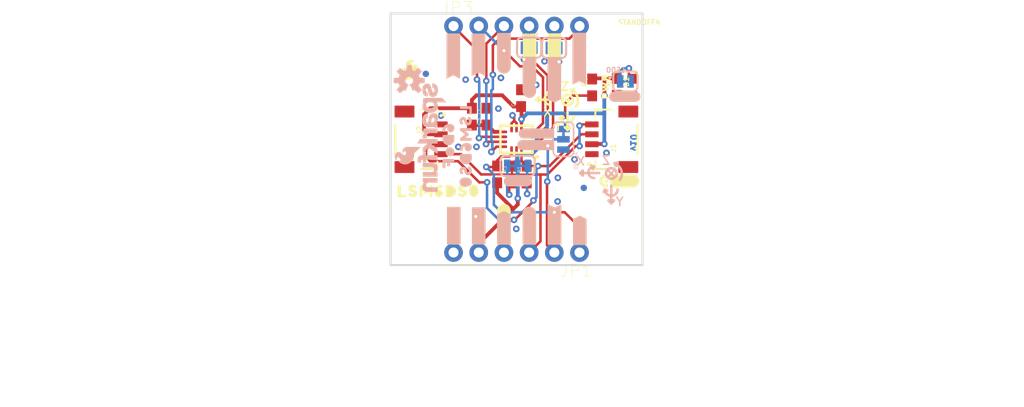
<source format=kicad_pcb>
(kicad_pcb (version 20211014) (generator pcbnew)
  (layers (0 "F.Cu" signal) (31 "B.Cu" signal) (34 "B.Paste" user) (35 "F.Paste" user) (36 "B.SilkS" user "B.Silkscreen") (37 "F.SilkS" user "F.Silkscreen") (38 "B.Mask" user) (39 "F.Mask" user) (44 "Edge.Cuts" user))
  (net 0 "")
  (net 1 "GND")
  (net 2 "VDD")
  (net 3 "SCL")
  (net 4 "SDA")
  (net 5 "~{CS}")
  (net 6 "SDO/SA0")
  (net 7 "SDI_AUX")
  (net 8 "SCX")
  (net 9 "INT1")
  (net 10 "INT2")
  (net 11 "3.3V")
  (net 12 "OCS")
  (net 13 "N$5")
  (net 14 "N$6")
  (net 15 "N$2")
  (net 16 "N$3")
  (net 17 "N$1")
  (net 18 "SDO_AUX")
  (footprint "boardEagle:LSM6DS011" (layer "F.Cu") (at 140.6525 110.236)
    (fp_text reference "U$30" hide)
    (fp_text value "" hide)
  )
  (footprint "boardEagle:0603" (layer "F.Cu") (at 145.4658 102.7176 90)
    (fp_text reference "C3" (at -0.889 -0.762 90) (layer "F.SilkS") (effects (font (size 0.367386 0.367386) (thickness 0.039014)) (justify left)))
    (fp_text value "0.1uF")
    (pad "1" smd roundrect (at -0.85 0 90) (size 1.1 1) (layers "F.Cu" "F.Paste" "F.Mask") (roundrect_rratio 0.0508) (net 2 "VDD"))
    (pad "2" smd roundrect (at 0.85 0 90) (size 1.1 1) (layers "F.Cu" "F.Paste" "F.Mask") (roundrect_rratio 0.0508) (net 1 "GND"))
  )
  (footprint "boardEagle:STAND-OFF-TIGHT" (layer "F.Cu") (at 158.6611 94.8436)
    (fp_text reference "STANDOFF4" (at 0 -1.651) (layer "F.SilkS") (effects (font (size 0.512064 0.512064) (thickness 0.097536)) (justify left)))
    (fp_text value "STAND-OFFTIGHT")
    (pad "" np_thru_hole circle (at 0 0) (size 3.048 3.048) (drill 3.048) (layers *.Cu *.Mask))
  )
  (footprint "boardEagle:JST04_1MM_RA" (layer "F.Cu") (at 156.0957 105.0036 90)
    (fp_text reference "J1" (at -1.397 2.159 90) (layer "F.SilkS") (effects (font (size 0.512064 0.512064) (thickness 0.097536)) (justify left)))
    (fp_text value "QWIIC_RIGHT_ANGLE")
    (pad "1" smd roundrect (at -1.5 0 90) (size 0.6 1.35) (layers "F.Cu" "F.Paste" "F.Mask") (roundrect_rratio 0.08466666667) (net 1 "GND"))
    (pad "2" smd roundrect (at -0.5 0 90) (size 0.6 1.35) (layers "F.Cu" "F.Paste" "F.Mask") (roundrect_rratio 0.08466666667) (net 11 "3.3V"))
    (pad "3" smd roundrect (at 0.5 0 90) (size 0.6 1.35) (layers "F.Cu" "F.Paste" "F.Mask") (roundrect_rratio 0.08466666667) (net 4 "SDA"))
    (pad "4" smd roundrect (at 1.5 0 90) (size 0.6 1.35) (layers "F.Cu" "F.Paste" "F.Mask") (roundrect_rratio 0.08466666667) (net 3 "SCL"))
    (pad "NC1" smd roundrect (at 2.8 3.675 90) (size 1.2 2) (layers "F.Cu" "F.Paste" "F.Mask") (roundrect_rratio 0.04233333333))
    (pad "NC2" smd roundrect (at -2.8 3.675 90) (size 1.2 2) (layers "F.Cu" "F.Paste" "F.Mask") (roundrect_rratio 0.04233333333))
  )
  (footprint "boardEagle:0603" (layer "F.Cu") (at 144.0053 102.7176 -90)
    (fp_text reference "L1" (at -0.889 -0.762 90) (layer "F.SilkS") (effects (font (size 0.367386 0.367386) (thickness 0.039014)) (justify right)))
    (fp_text value "30Ω")
    (pad "1" smd roundrect (at -0.85 0 270) (size 1.1 1) (layers "F.Cu" "F.Paste" "F.Mask") (roundrect_rratio 0.0508) (net 11 "3.3V"))
    (pad "2" smd roundrect (at 0.85 0 270) (size 1.1 1) (layers "F.Cu" "F.Paste" "F.Mask") (roundrect_rratio 0.0508) (net 2 "VDD"))
  )
  (footprint "boardEagle:FIDUCIAL-MICRO" (layer "F.Cu") (at 139.3571 98.3996)
    (fp_text reference "FID1" hide)
    (fp_text value "FIDUCIALUFIDUCIAL" hide)
    (pad "1" smd roundrect (at 0 0) (size 0.635 0.635) (layers "F.Cu" "F.Mask") (roundrect_rratio 0.5))
  )
  (footprint "boardEagle:JST04_1MM_RA" (layer "F.Cu") (at 140.8811 105.0036 -90)
    (fp_text reference "J2" (at -1.397 2.159 90) (layer "F.SilkS") (effects (font (size 0.512064 0.512064) (thickness 0.097536)) (justify right)))
    (fp_text value "QWIIC_RIGHT_ANGLE")
    (pad "1" smd roundrect (at -1.5 0 270) (size 0.6 1.35) (layers "F.Cu" "F.Paste" "F.Mask") (roundrect_rratio 0.08466666667) (net 1 "GND"))
    (pad "2" smd roundrect (at -0.5 0 270) (size 0.6 1.35) (layers "F.Cu" "F.Paste" "F.Mask") (roundrect_rratio 0.08466666667) (net 11 "3.3V"))
    (pad "3" smd roundrect (at 0.5 0 270) (size 0.6 1.35) (layers "F.Cu" "F.Paste" "F.Mask") (roundrect_rratio 0.08466666667) (net 4 "SDA"))
    (pad "4" smd roundrect (at 1.5 0 270) (size 0.6 1.35) (layers "F.Cu" "F.Paste" "F.Mask") (roundrect_rratio 0.08466666667) (net 3 "SCL"))
    (pad "NC1" smd roundrect (at 2.8 3.675 270) (size 1.2 2) (layers "F.Cu" "F.Paste" "F.Mask") (roundrect_rratio 0.04233333333))
    (pad "NC2" smd roundrect (at -2.8 3.675 270) (size 1.2 2) (layers "F.Cu" "F.Paste" "F.Mask") (roundrect_rratio 0.04233333333))
  )
  (footprint "boardEagle:0603" (layer "F.Cu") (at 148.9583 100.8507 90)
    (fp_text reference "C4" (at -0.889 -0.762 90) (layer "F.SilkS") (effects (font (size 0.367386 0.367386) (thickness 0.039014)) (justify left)))
    (fp_text value "0.1uF")
    (pad "1" smd roundrect (at -0.85 0 90) (size 1.1 1) (layers "F.Cu" "F.Paste" "F.Mask") (roundrect_rratio 0.0508) (net 11 "3.3V"))
    (pad "2" smd roundrect (at 0.85 0 90) (size 1.1 1) (layers "F.Cu" "F.Paste" "F.Mask") (roundrect_rratio 0.0508) (net 1 "GND"))
  )
  (footprint "boardEagle:QWIIC_4MM" (layer "F.Cu") (at 158.8643 109.22)
    (fp_text reference "LOGO1" hide)
    (fp_text value "QWIIC_LOGO_4MM" hide)
  )
  (footprint "boardEagle:PWR8" (layer "F.Cu") (at 157.4419 99.6696 90)
    (fp_text reference "U$28" hide)
    (fp_text value "" hide)
  )
  (footprint "boardEagle:#SDO#6" (layer "F.Cu") (at 152.3365 113.7666 90)
    (fp_text reference "U$6" hide)
    (fp_text value "" hide)
  )
  (footprint "boardEagle:0603" (layer "F.Cu") (at 146.5453 108.5469 -90)
    (fp_text reference "R3" (at -0.889 -0.762 90) (layer "F.SilkS") (effects (font (size 0.367386 0.367386) (thickness 0.039014)) (justify right)))
    (fp_text value "10k")
    (pad "1" smd roundrect (at -0.85 0 270) (size 1.1 1) (layers "F.Cu" "F.Paste" "F.Mask") (roundrect_rratio 0.0508) (net 5 "~{CS}"))
    (pad "2" smd roundrect (at 0.85 0 270) (size 1.1 1) (layers "F.Cu" "F.Paste" "F.Mask") (roundrect_rratio 0.0508) (net 11 "3.3V"))
  )
  (footprint "boardEagle:#GND#0" (layer "F.Cu") (at 142.1765 113.7158 90)
    (fp_text reference "U$2" hide)
    (fp_text value "" hide)
  )
  (footprint "boardEagle:0603" (layer "F.Cu") (at 148.03755 108.5596 -90)
    (fp_text reference "R1" (at -0.889 -0.762 90) (layer "F.SilkS") (effects (font (size 0.367386 0.367386) (thickness 0.039014)) (justify right)))
    (fp_text value "4.7k")
    (pad "1" smd roundrect (at -0.85 0 270) (size 1.1 1) (layers "F.Cu" "F.Paste" "F.Mask") (roundrect_rratio 0.0508) (net 3 "SCL"))
    (pad "2" smd roundrect (at 0.85 0 270) (size 1.1 1) (layers "F.Cu" "F.Paste" "F.Mask") (roundrect_rratio 0.0508) (net 13 "N$5"))
  )
  (footprint "boardEagle:1X06_NO_SILK" (layer "F.Cu") (at 154.8511 116.4336 180)
    (fp_text reference "JP1" (at -1.3462 -1.8288) (layer "F.SilkS") (effects (font (size 1.221232 1.221232) (thickness 0.048768)) (justify right)))
    (fp_text value "IO")
    (pad "1" thru_hole circle (at 0 0 270) (size 1.8796 1.8796) (drill 1.016) (layers *.Cu *.Mask) (net 5 "~{CS}"))
    (pad "2" thru_hole circle (at 2.54 0 270) (size 1.8796 1.8796) (drill 1.016) (layers *.Cu *.Mask) (net 6 "SDO/SA0"))
    (pad "3" thru_hole circle (at 5.08 0 270) (size 1.8796 1.8796) (drill 1.016) (layers *.Cu *.Mask) (net 3 "SCL"))
    (pad "4" thru_hole circle (at 7.62 0 270) (size 1.8796 1.8796) (drill 1.016) (layers *.Cu *.Mask) (net 4 "SDA"))
    (pad "5" thru_hole circle (at 10.16 0 270) (size 1.8796 1.8796) (drill 1.016) (layers *.Cu *.Mask) (net 11 "3.3V"))
    (pad "6" thru_hole circle (at 12.7 0 270) (size 1.8796 1.8796) (drill 1.016) (layers *.Cu *.Mask) (net 1 "GND"))
  )
  (footprint "boardEagle:##CS##7" (layer "F.Cu") (at 154.8765 114.3508 90)
    (fp_text reference "U$3" hide)
    (fp_text value "" hide)
  )
  (footprint "boardEagle:STAND-OFF-TIGHT" (layer "F.Cu") (at 158.6611 115.1636)
    (fp_text reference "STANDOFF3" hide)
    (fp_text value "STAND-OFFTIGHT" hide)
    (pad "" np_thru_hole circle (at 0 0) (size 3.048 3.048) (drill 3.048) (layers *.Cu *.Mask))
  )
  (footprint "boardEagle:0603" (layer "F.Cu") (at 158.6103 99.7204 90)
    (fp_text reference "R4" (at 0 -0.762 90) (layer "F.SilkS") (effects (font (size 0.512064 0.512064) (thickness 0.097536)) (justify left)))
    (fp_text value "1k")
    (pad "1" smd roundrect (at -0.85 0 90) (size 1.1 1) (layers "F.Cu" "F.Paste" "F.Mask") (roundrect_rratio 0.0508) (net 15 "N$2"))
    (pad "2" smd roundrect (at 0.85 0 90) (size 1.1 1) (layers "F.Cu" "F.Paste" "F.Mask") (roundrect_rratio 0.0508) (net 11 "3.3V"))
  )
  (footprint "boardEagle:STAND-OFF-TIGHT" (layer "F.Cu") (at 138.3411 115.1636)
    (fp_text reference "STANDOFF2" hide)
    (fp_text value "STAND-OFFTIGHT" hide)
    (pad "" np_thru_hole circle (at 0 0) (size 3.048 3.048) (drill 3.048) (layers *.Cu *.Mask))
  )
  (footprint "boardEagle:#SDA#4" (layer "F.Cu") (at 147.2311 113.7412 90)
    (fp_text reference "U$4" hide)
    (fp_text value "" hide)
  )
  (footprint "boardEagle:STAND-OFF-TIGHT" (layer "F.Cu") (at 138.3411 94.8436)
    (fp_text reference "STANDOFF1" hide)
    (fp_text value "STAND-OFFTIGHT" hide)
    (pad "" np_thru_hole circle (at 0 0) (size 3.048 3.048) (drill 3.048) (layers *.Cu *.Mask))
  )
  (footprint "boardEagle:0603" (layer "F.Cu") (at 156.1211 99.7712 90)
    (fp_text reference "R5" (at 0 -0.762 90) (layer "F.SilkS") (effects (font (size 0.512064 0.512064) (thickness 0.097536)) (justify left)))
    (fp_text value "100k")
    (pad "1" smd roundrect (at -0.85 0 90) (size 1.1 1) (layers "F.Cu" "F.Paste" "F.Mask") (roundrect_rratio 0.0508) (net 17 "N$1"))
    (pad "2" smd roundrect (at 0.85 0 90) (size 1.1 1) (layers "F.Cu" "F.Paste" "F.Mask") (roundrect_rratio 0.0508) (net 11 "3.3V"))
  )
  (footprint "boardEagle:#INT2#9" (layer "F.Cu") (at 142.1257 96.4438 90)
    (fp_text reference "U$8" hide)
    (fp_text value "" hide)
  )
  (footprint "boardEagle:CREATIVE_COMMONS" (layer "F.Cu") (at 116.7511 129.1336)
    (fp_text reference "FRAME1" hide)
    (fp_text value "FRAME-LETTER" hide)
  )
  (footprint "boardEagle:#3V3#1" (layer "F.Cu") (at 144.6911 113.7412 90)
    (fp_text reference "U$1" hide)
    (fp_text value "" hide)
  )
  (footprint "boardEagle:FIDUCIAL-MICRO" (layer "F.Cu") (at 155.2829 109.9058)
    (fp_text reference "FID2" hide)
    (fp_text value "FIDUCIALUFIDUCIAL" hide)
    (pad "1" smd roundrect (at 0 0) (size 0.635 0.635) (layers "F.Cu" "F.Mask") (roundrect_rratio 0.5))
  )
  (footprint "boardEagle:#SCL#5" (layer "F.Cu") (at 149.7965 113.8936 90)
    (fp_text reference "U$5" hide)
    (fp_text value "" hide)
  )
  (footprint "boardEagle:#SDIX#11" (layer "F.Cu") (at 152.3111 96.393 90)
    (fp_text reference "U$11" hide)
    (fp_text value "" hide)
  )
  (footprint "boardEagle:1X06_NO_SILK" (layer "F.Cu") (at 142.1511 93.5736)
    (fp_text reference "JP3" (at -1.3462 -1.8288) (layer "F.SilkS") (effects (font (size 1.221232 1.221232) (thickness 0.048768)) (justify left)))
    (fp_text value "IO")
    (pad "1" thru_hole circle (at 0 0 90) (size 1.8796 1.8796) (drill 1.016) (layers *.Cu *.Mask) (net 10 "INT2"))
    (pad "2" thru_hole circle (at 2.54 0 90) (size 1.8796 1.8796) (drill 1.016) (layers *.Cu *.Mask) (net 9 "INT1"))
    (pad "3" thru_hole circle (at 5.08 0 90) (size 1.8796 1.8796) (drill 1.016) (layers *.Cu *.Mask) (net 12 "OCS"))
    (pad "4" thru_hole circle (at 7.62 0 90) (size 1.8796 1.8796) (drill 1.016) (layers *.Cu *.Mask) (net 8 "SCX"))
    (pad "5" thru_hole circle (at 10.16 0 90) (size 1.8796 1.8796) (drill 1.016) (layers *.Cu *.Mask) (net 7 "SDI_AUX"))
    (pad "6" thru_hole circle (at 12.7 0 90) (size 1.8796 1.8796) (drill 1.016) (layers *.Cu *.Mask) (net 18 "SDO_AUX"))
  )
  (footprint "boardEagle:0603" (layer "F.Cu") (at 149.52345 108.5596 -90)
    (fp_text reference "R2" (at -0.889 -0.762 90) (layer "F.SilkS") (effects (font (size 0.367386 0.367386) (thickness 0.039014)) (justify right)))
    (fp_text value "4.7k")
    (pad "1" smd roundrect (at -0.85 0 270) (size 1.1 1) (layers "F.Cu" "F.Paste" "F.Mask") (roundrect_rratio 0.0508) (net 4 "SDA"))
    (pad "2" smd roundrect (at 0.85 0 270) (size 1.1 1) (layers "F.Cu" "F.Paste" "F.Mask") (roundrect_rratio 0.0508) (net 14 "N$6"))
  )
  (footprint "boardEagle:#SDOX#12" (layer "F.Cu") (at 154.8257 96.7232 90)
    (fp_text reference "U$24" hide)
    (fp_text value "" hide)
  )
  (footprint "boardEagle:#SCX#9" (layer "F.Cu") (at 149.8219 96.2152 90)
    (fp_text reference "U$10" hide)
    (fp_text value "" hide)
  )
  (footprint "boardEagle:#OCS#8" (layer "F.Cu") (at 147.2311 96.1644 90)
    (fp_text reference "U$9" hide)
    (fp_text value "" hide)
  )
  (footprint "boardEagle:#INT1#9" (layer "F.Cu") (at 144.6657 96.3168 90)
    (fp_text reference "U$7" hide)
    (fp_text value "" hide)
  )
  (footprint "boardEagle:LGA14L" (layer "F.Cu") (at 148.5011 105.0036 180)
    (fp_text reference "U1")
    (fp_text value "LSM6DS0")
    (pad "1" smd roundrect (at -1.175 -0.75) (size 0.45 0.25) (layers "F.Cu" "F.Paste" "F.Mask") (roundrect_rratio 0.2032) (net 6 "SDO/SA0"))
    (pad "2" smd roundrect (at -1.175 -0.25) (size 0.45 0.25) (layers "F.Cu" "F.Paste" "F.Mask") (roundrect_rratio 0.2032) (net 7 "SDI_AUX"))
    (pad "3" smd roundrect (at -1.175 0.25) (size 0.45 0.25) (layers "F.Cu" "F.Paste" "F.Mask") (roundrect_rratio 0.2032) (net 8 "SCX"))
    (pad "4" smd roundrect (at -1.175 0.75) (size 0.45 0.25) (layers "F.Cu" "F.Paste" "F.Mask") (roundrect_rratio 0.2032) (net 9 "INT1"))
    (pad "5" smd roundrect (at -0.5 0.925 270) (size 0.45 0.25) (layers "F.Cu" "F.Paste" "F.Mask") (roundrect_rratio 0.2032) (net 11 "3.3V"))
    (pad "6" smd roundrect (at 0 0.925 270) (size 0.45 0.25) (layers "F.Cu" "F.Paste" "F.Mask") (roundrect_rratio 0.2032) (net 1 "GND"))
    (pad "7" smd roundrect (at 0.5 0.925 270) (size 0.45 0.25) (layers "F.Cu" "F.Paste" "F.Mask") (roundrect_rratio 0.2032) (net 1 "GND"))
    (pad "8" smd roundrect (at 1.175 0.75) (size 0.45 0.25) (layers "F.Cu" "F.Paste" "F.Mask") (roundrect_rratio 0.2032) (net 2 "VDD"))
    (pad "9" smd roundrect (at 1.175 0.25) (size 0.45 0.25) (layers "F.Cu" "F.Paste" "F.Mask") (roundrect_rratio 0.2032) (net 10 "INT2"))
    (pad "10" smd roundrect (at 1.175 -0.25) (size 0.45 0.25) (layers "F.Cu" "F.Paste" "F.Mask") (roundrect_rratio 0.2032) (net 12 "OCS"))
    (pad "11" smd roundrect (at 1.175 -0.75) (size 0.45 0.25) (layers "F.Cu" "F.Paste" "F.Mask") (roundrect_rratio 0.2032) (net 18 "SDO_AUX"))
    (pad "12" smd roundrect (at 0.5 -0.925 270) (size 0.45 0.25) (layers "F.Cu" "F.Paste" "F.Mask") (roundrect_rratio 0.2032) (net 5 "~{CS}"))
    (pad "13" smd roundrect (at 0 -0.925 270) (size 0.45 0.25) (layers "F.Cu" "F.Paste" "F.Mask") (roundrect_rratio 0.2032) (net 3 "SCL"))
    (pad "14" smd roundrect (at -0.5 -0.925 270) (size 0.45 0.25) (layers "F.Cu" "F.Paste" "F.Mask") (roundrect_rratio 0.2032) (net 4 "SDA"))
  )
  (footprint "boardEagle:SFE_LOGO_FLAME_.1" (layer "F.Cu") (at 137.7061 98.2726)
    (fp_text reference "U$29" hide)
    (fp_text value "" hide)
  )
  (footprint "boardEagle:LED-0603" (layer "F.Cu") (at 160.2105 99.7712 90)
    (fp_text reference "D1" (at 0 -0.635 90) (layer "F.SilkS") (effects (font (size 0.512064 0.512064) (thickness 0.097536)) (justify left)))
    (fp_text value "RED")
    (pad "A" smd roundrect (at -0.877 0) (size 1 1) (layers "F.Cu" "F.Paste" "F.Mask") (roundrect_rratio 0.15) (net 15 "N$2"))
    (pad "C" smd roundrect (at 0.877 0) (size 1 1) (layers "F.Cu" "F.Paste" "F.Mask") (roundrect_rratio 0.15) (net 16 "N$3"))
  )
  (footprint "boardEagle:#3V3#1" (layer "B.Cu") (at 144.6911 113.7412 -90)
    (fp_text reference "U$15" hide)
    (fp_text value "" hide)
  )
  (footprint "boardEagle:6DOF12" (layer "B.Cu") (at 141.6431 105.7656 -90)
    (fp_text reference "U$31" hide)
    (fp_text value "" hide)
  )
  (footprint "boardEagle:#0X6B#11" (layer "B.Cu") (at 150.6093 104.4194 180)
    (fp_text reference "U$14" hide)
    (fp_text value "" hide)
  )
  (footprint "boardEagle:SMT-JUMPER_3_1-NC_TRACE_SILK" (layer "B.Cu") (at 153.23185 105.0036 90)
    (fp_text reference "ADDR0" (at -1.27 1.27 90) (layer "B.SilkS") (effects (font (size 0.367386 0.367386) (thickness 0.039014)) (justify left mirror)))
    (fp_text value "JUMPER-SMT_3_1-NC_TRACE_SILK")
    (fp_poly (pts (xy 0.7112 -0.13335) (xy -0.19685 -0.13335) (xy -0.19685 0.13335) (xy 0.7112 0.13335)) (layer "B.Cu") (width 0) (fill solid))
    (pad "1" smd roundrect (at -1.0414 0 90) (size 0.6604 1.27) (layers "B.Cu" "B.Mask") (roundrect_rratio 0.07692307692) (net 1 "GND"))
    (pad "2" smd roundrect (at 0 0 90) (size 0.6604 1.27) (layers "B.Cu" "B.Mask") (roundrect_rratio 0.07692307692) (net 6 "SDO/SA0"))
    (pad "3" smd roundrect (at 1.0414 0 90) (size 0.6604 1.27) (layers "B.Cu" "B.Mask") (roundrect_rratio 0.07692307692) (net 17 "N$1"))
  )
  (footprint "boardEagle:SMT-JUMPER_3_2-NC_TRACE_SILK" (layer "B.Cu") (at 148.6027 107.68965)
    (fp_text reference "I2C_PU0" (at -1.27 1.27) (layer "B.SilkS") (effects (font (size 0.367386 0.367386) (thickness 0.039014)) (justify right mirror)))
    (fp_text value "S_MODE")
    (fp_poly (pts (xy 0.7112 -0.13335) (xy -0.7112 -0.13335) (xy -0.7112 0.13335) (xy 0.7112 0.13335)) (layer "B.Cu") (width 0) (fill solid))
    (pad "1" smd roundrect (at -1.0414 0) (size 0.6604 1.27) (layers "B.Cu" "B.Mask") (roundrect_rratio 0.07692307692) (net 13 "N$5"))
    (pad "2" smd roundrect (at 0 0) (size 0.6604 1.27) (layers "B.Cu" "B.Mask") (roundrect_rratio 0.07692307692) (net 11 "3.3V"))
    (pad "3" smd roundrect (at 1.0414 0) (size 0.6604 1.27) (layers "B.Cu" "B.Mask") (roundrect_rratio 0.07692307692) (net 14 "N$6"))
  )
  (footprint "boardEagle:#I2C#11" (layer "B.Cu") (at 148.6281 109.2454 180)
    (fp_text reference "U$25" hide)
    (fp_text value "" hide)
  )
  (footprint "boardEagle:SFE_LOGO_NAME_FLAME_.1" (layer "B.Cu") (at 139.919075 104.917875 -90)
    (fp_text reference "LOGO3" hide)
    (fp_text value "SFE_LOGO_NAME_FLAME.1_INCH" hide)
  )
  (footprint "boardEagle:#INT2#9" (layer "B.Cu") (at 142.1257 96.4438 -90)
    (fp_text reference "U$21" hide)
    (fp_text value "" hide)
  )
  (footprint "boardEagle:#SDIX#11" (layer "B.Cu") (at 152.3111 98.8822 -90)
    (fp_text reference "U$33" hide)
    (fp_text value "" hide)
  )
  (footprint "boardEagle:FIDUCIAL-MICRO" (layer "B.Cu") (at 155.2829 109.9058 180)
    (fp_text reference "FD2" hide)
    (fp_text value "FIDUCIALUFIDUCIAL" hide)
    (pad "1" smd roundrect (at 0 0 180) (size 0.635 0.635) (layers "B.Cu" "B.Mask") (roundrect_rratio 0.5))
  )
  (footprint "boardEagle:#LED#11" (layer "B.Cu") (at 159.4231 100.711 180)
    (fp_text reference "U$16" hide)
    (fp_text value "" hide)
  )
  (footprint "boardEagle:SMT-JUMPER_2_NC_TRACE_SILK" (layer "B.Cu") (at 149.7711 95.758 180)
    (fp_text reference "SCX0" (at -0.9525 1.27) (layer "B.SilkS") (effects (font (size 0.367386 0.367386) (thickness 0.039014)) (justify left mirror)))
    (fp_text value "JUMPER-SMT_2_NC_TRACE_SILK")
    (fp_poly (pts (xy 0.1905 -0.13335) (xy -0.70485 -0.13335) (xy -0.70485 0.13335) (xy 0.1905 0.13335)) (layer "B.Cu") (width 0) (fill solid))
    (pad "1" smd roundrect (at -0.5207 0 180) (size 0.6604 1.27) (layers "B.Cu" "B.Mask") (roundrect_rratio 0.07692307692) (net 1 "GND"))
    (pad "2" smd roundrect (at 0.5207 0 180) (size 0.6604 1.27) (layers "B.Cu" "B.Mask") (roundrect_rratio 0.07692307692) (net 8 "SCX"))
  )
  (footprint "boardEagle:#SDO#7" (layer "B.Cu") (at 152.3365 113.7666 -90)
    (fp_text reference "U$18" hide)
    (fp_text value "" hide)
  )
  (footprint "boardEagle:SMT-JUMPER_2_NC_TRACE_SILK" (layer "B.Cu") (at 152.2857 95.7834)
    (fp_text reference "SDX0" (at -0.9525 1.27) (layer "B.SilkS") (effects (font (size 0.367386 0.367386) (thickness 0.039014)) (justify right mirror)))
    (fp_text value "JUMPER-SMT_2_NC_TRACE_SILK")
    (fp_poly (pts (xy 0.1905 -0.13335) (xy -0.70485 -0.13335) (xy -0.70485 0.13335) (xy 0.1905 0.13335)) (layer "B.Cu") (width 0) (fill solid))
    (pad "1" smd roundrect (at -0.5207 0) (size 0.6604 1.27) (layers "B.Cu" "B.Mask") (roundrect_rratio 0.07692307692) (net 1 "GND"))
    (pad "2" smd roundrect (at 0.5207 0) (size 0.6604 1.27) (layers "B.Cu" "B.Mask") (roundrect_rratio 0.07692307692) (net 7 "SDI_AUX"))
  )
  (footprint "boardEagle:#SDOX#12" (layer "B.Cu") (at 154.8257 96.6978 -90)
    (fp_text reference "U$32" hide)
    (fp_text value "" hide)
  )
  (footprint "boardEagle:#SDI#4" (layer "B.Cu") (at 147.2311 114.0968 -90)
    (fp_text reference "U$26" hide)
    (fp_text value "" hide)
  )
  (footprint "boardEagle:FIDUCIAL-MICRO" (layer "B.Cu") (at 139.3571 98.3996 180)
    (fp_text reference "FD1" hide)
    (fp_text value "FIDUCIALUFIDUCIAL" hide)
    (pad "1" smd roundrect (at 0 0 180) (size 0.635 0.635) (layers "B.Cu" "B.Mask") (roundrect_rratio 0.5))
  )
  (footprint "boardEagle:SMT-JUMPER_2_NC_TRACE_SILK" (layer "B.Cu") (at 159.4739 99.1616 180)
    (fp_text reference "LED0" (at 0 1.143) (layer "B.SilkS") (effects (font (size 0.512064 0.512064) (thickness 0.097536)) (justify left mirror)))
    (fp_text value "JUMPER-SMT_2_NC_TRACE_SILK")
    (fp_poly (pts (xy 0.1905 -0.13335) (xy -0.70485 -0.13335) (xy -0.70485 0.13335) (xy 0.1905 0.13335)) (layer "B.Cu") (width 0) (fill solid))
    (pad "1" smd roundrect (at -0.5207 0 180) (size 0.6604 1.27) (layers "B.Cu" "B.Mask") (roundrect_rratio 0.07692307692) (net 1 "GND"))
    (pad "2" smd roundrect (at 0.5207 0 180) (size 0.6604 1.27) (layers "B.Cu" "B.Mask") (roundrect_rratio 0.07692307692) (net 16 "N$3"))
  )
  (footprint "boardEagle:#GND#0" (layer "B.Cu") (at 142.1765 113.7158 -90)
    (fp_text reference "U$17" hide)
    (fp_text value "" hide)
  )
  (footprint "boardEagle:OSHW-LOGO-S" (layer "B.Cu") (at 137.6807 99.07905 180)
    (fp_text reference "LOGO2" hide)
    (fp_text value "OSHW-LOGOS" hide)
  )
  (footprint "boardEagle:#SCL#5" (layer "B.Cu") (at 149.7965 113.8936 -90)
    (fp_text reference "U$22" hide)
    (fp_text value "" hide)
  )
  (footprint "boardEagle:LSM6DS011" (layer "B.Cu") (at 143.3957 105.791 -90)
    (fp_text reference "U$12" hide)
    (fp_text value "" hide)
  )
  (footprint "boardEagle:#SCX#8" (layer "B.Cu") (at 149.7965 98.6282 -90)
    (fp_text reference "U$23" hide)
    (fp_text value "" hide)
  )
  (footprint "boardEagle:#0X6A#11" (layer "B.Cu") (at 150.5331 105.5878 180)
    (fp_text reference "U$13" hide)
    (fp_text value "" hide)
  )
  (footprint "boardEagle:#INT1#9" (layer "B.Cu") (at 144.6657 96.3168 -90)
    (fp_text reference "U$19" hide)
    (fp_text value "" hide)
  )
  (footprint "boardEagle:#OCS#7" (layer "B.Cu") (at 147.2311 96.1644 -90)
    (fp_text reference "U$20" hide)
    (fp_text value "" hide)
  )
  (footprint "boardEagle:##CS##8" (layer "B.Cu") (at 154.8765 114.3508 -90)
    (fp_text reference "U$27" hide)
    (fp_text value "" hide)
  )
  (gr_line (start 158.0515 111.466313) (end 158.3055 111.212313) (layer "B.SilkS") (width 0.254))
  (gr_line (start 158.378525 107.411838) (end 158.505525 107.719813) (layer "B.SilkS") (width 0.254))
  (gr_line (start 158.0515 111.466313) (end 157.7975 111.212313) (layer "B.SilkS") (width 0.254))
  (gr_line (start 156.314775 107.773788) (end 156.187775 108.027788) (layer "B.SilkS") (width 0.254))
  (gr_arc (start 158.5087 107.491213) (mid 159.087954 108.20291) (end 158.915101 109.104114) (layer "B.SilkS") (width 0.254))
  (gr_line (start 158.3817 108.119863) (end 157.667325 108.834238) (layer "B.SilkS") (width 0.2032))
  (gr_line (start 154.917775 108.408788) (end 155.171775 108.662788) (layer "B.SilkS") (width 0.254))
  (gr_line (start 158.3309 111.186913) (end 157.7721 111.186913) (layer "B.SilkS") (width 0.254))
  (gr_line (start 155.171775 108.154788) (end 155.171775 108.662788) (layer "B.SilkS") (width 0.254))
  (gr_line (start 158.378525 107.411838) (end 158.7119 107.364213) (layer "B.SilkS") (width 0.254))
  (gr_arc (start 156.314775 108.916788) (mid 155.743275 108.345288) (end 156.314775 107.773788) (layer "B.SilkS") (width 0.254))
  (gr_line (start 156.060775 107.646788) (end 156.187775 108.027788) (layer "B.SilkS") (width 0.254))
  (gr_arc (start 158.6865 110.069313) (mid 158.0515 110.704313) (end 157.4165 110.069313) (layer "B.SilkS") (width 0.254))
  (gr_line (start 156.314775 107.773788) (end 156.060775 107.646788) (layer "B.SilkS") (width 0.254))
  (gr_line (start 157.6451 110.196313) (end 157.2895 110.323313) (layer "B.SilkS") (width 0.254))
  (gr_line (start 158.0515 111.466313) (end 158.0515 109.688313) (layer "B.SilkS") (width 0.254))
  (gr_line (start 154.917775 108.408788) (end 156.822775 108.408788) (layer "B.SilkS") (width 0.254))
  (gr_line (start 157.4165 110.069313) (end 157.2895 110.323313) (layer "B.SilkS") (width 0.254))
  (gr_line (start 157.707012 108.119863) (end 158.421387 108.834238) (layer "B.SilkS") (width 0.2032))
  (gr_line (start 158.505525 107.719813) (end 158.7119 107.364213) (layer "B.SilkS") (width 0.254))
  (gr_circle (center 158.054675 108.456413) (end 158.588075 108.456413) (layer "B.SilkS") (width 0.254) (fill none))
  (gr_line (start 157.4165 110.069313) (end 157.6451 110.196313) (layer "B.SilkS") (width 0.254))
  (gr_line (start 154.917775 108.408788) (end 155.171775 108.154788) (layer "B.SilkS") (width 0.254))
  (gr_line (start 151.9047 100.377625) (end 151.6507 100.250625) (layer "F.SilkS") (width 0.254))
  (gr_line (start 153.235025 102.80015) (end 152.879425 102.92715) (layer "F.SilkS") (width 0.254))
  (gr_line (start 153.006425 102.67315) (end 153.235025 102.80015) (layer "F.SilkS") (width 0.254))
  (gr_arc (start 154.276425 102.67315) (mid 153.641425 103.30815) (end 153.006425 102.67315) (layer "F.SilkS") (width 0.254))
  (gr_line (start 153.006425 102.67315) (end 152.879425 102.92715) (layer "F.SilkS") (width 0.254))
  (gr_line (start 154.09545 100.32365) (end 154.301825 99.96805) (layer "F.SilkS") (width 0.254))
  (gr_line (start 153.641425 104.07015) (end 153.895425 103.81615) (layer "F.SilkS") (width 0.254))
  (gr_line (start 153.641425 104.07015) (end 153.387425 103.81615) (layer "F.SilkS") (width 0.254))
  (gr_arc (start 151.9047 101.520625) (mid 151.3332 100.949125) (end 151.9047 100.377625) (layer "F.SilkS") (width 0.254))
  (gr_line (start 150.7617 100.758625) (end 150.7617 101.266625) (layer "F.SilkS") (width 0.254))
  (gr_circle (center 153.6446 101.06025) (end 154.178 101.06025) (layer "F.SilkS") (width 0.254) (fill none))
  (gr_line (start 151.9047 100.377625) (end 151.7777 100.631625) (layer "F.SilkS") (width 0.254))
  (gr_line (start 150.5077 101.012625) (end 152.4127 101.012625) (layer "F.SilkS") (width 0.254))
  (gr_line (start 153.96845 100.015675) (end 154.09545 100.32365) (layer "F.SilkS") (width 0.254))
  (gr_line (start 153.96845 100.015675) (end 154.301825 99.96805) (layer "F.SilkS") (width 0.254))
  (gr_line (start 153.920825 103.79075) (end 153.362025 103.79075) (layer "F.SilkS") (width 0.254))
  (gr_line (start 150.5077 101.012625) (end 150.7617 101.266625) (layer "F.SilkS") (width 0.254))
  (gr_line (start 150.5077 101.012625) (end 150.7617 100.758625) (layer "F.SilkS") (width 0.254))
  (gr_line (start 153.641425 104.07015) (end 153.641425 102.29215) (layer "F.SilkS") (width 0.254))
  (gr_circle (center 153.6446 101.06025) (end 153.7716 101.06025) (layer "F.SilkS") (width 0.254) (fill none))
  (gr_arc (start 154.098625 100.09505) (mid 154.677879 100.806747) (end 154.505026 101.707951) (layer "F.SilkS") (width 0.254))
  (gr_line (start 151.6507 100.250625) (end 151.7777 100.631625) (layer "F.SilkS") (width 0.254))
  (gr_line (start 161.2011 92.3036) (end 135.8011 92.3036) (layer "Edge.Cuts") (width 0.2032))
  (gr_line (start 135.8011 92.3036) (end 135.8011 117.7036) (layer "Edge.Cuts") (width 0.2032))
  (gr_line (start 135.8011 117.7036) (end 161.2011 117.7036) (layer "Edge.Cuts") (width 0.2032))
  (gr_line (start 161.2011 117.7036) (end 161.2011 92.3036) (layer "Edge.Cuts") (width 0.2032))
  (gr_text "v10" (at 159.940625 106.283125 -90) (layer "B.Cu") (effects (font (size 0.633984 0.633984) (thickness 0.178816)) (justify left bottom mirror)))
  (gr_text "Y" (at 159.373887 111.8108) (layer "B.SilkS") (effects (font (size 0.8636 0.8636) (thickness 0.1524)) (justify left bottom mirror)))
  (gr_text "X" (at 155.484512 107.722988) (layer "B.SilkS") (effects (font (size 0.8636 0.8636) (thickness 0.1524)) (justify left bottom mirror)))
  (gr_text "Z" (at 158.035625 107.640438) (layer "B.SilkS") (effects (font (size 0.8636 0.8636) (thickness 0.1524)) (justify left bottom mirror)))
  (gr_text "Z" (at 152.860375 100.168075) (layer "F.SilkS") (effects (font (size 0.8636 0.8636) (thickness 0.1524)) (justify left bottom)))
  (gr_text "Y" (at 152.225375 104.2162) (layer "F.SilkS") (effects (font (size 0.8636 0.8636) (thickness 0.1524)) (justify left bottom)))
  (gr_text "X" (at 151.114125 102.78745) (layer "F.SilkS") (effects (font (size 0.8636 0.8636) (thickness 0.1524)) (justify left bottom)))
  (segment (start 148.0011 103.396432) (end 148.2645 103.133032) (width 0.254) (layer "F.Cu") (net 1))
  (segment (start 148.5011 104.0786) (end 148.5011 103.369632) (width 0.254) (layer "F.Cu") (net 1))
  (segment (start 148.2645 103.133032) (end 148.5011 103.369632) (width 0.254) (layer "F.Cu") (net 1))
  (segment (start 148.2645 102.7604) (end 148.0947 102.5906) (width 0.254) (layer "F.Cu") (net 1))
  (segment (start 148.0011 104.0786) (end 148.0011 103.396432) (width 0.254) (layer "F.Cu") (net 1))
  (segment (start 148.2645 103.133032) (end 148.2645 102.7604) (width 0.254) (layer "F.Cu") (net 1))
  (via (at 144.4625 105.7656) (size 0.6604) (drill 0.3048) (layers "F.Cu" "B.Cu") (net 1))
  (via (at 140.8811 102.616) (size 0.6604) (drill 0.3048) (layers "F.Cu" "B.Cu") (net 1))
  (via (at 146.9263 98.806) (size 0.6604) (drill 0.3048) (layers "F.Cu" "B.Cu") (net 1))
  (via (at 157.5689 106.3752) (size 0.6604) (drill 0.3048) (layers "F.Cu" "B.Cu") (net 1))
  (via (at 154.3431 107.0356) (size 0.6604) (drill 0.3048) (layers "F.Cu" "B.Cu") (net 1))
  (via (at 143.3703 98.9838) (size 0.6604) (drill 0.3048) (layers "F.Cu" "B.Cu") (net 1))
  (via (at 142.6337 105.7656) (size 0.6604) (drill 0.3048) (layers "F.Cu" "B.Cu") (net 1))
  (via (at 151.3205 97.1296) (size 0.6604) (drill 0.3048) (layers "F.Cu" "B.Cu") (net 1))
  (via (at 152.6413 111.2774) (size 0.6604) (drill 0.3048) (layers "F.Cu" "B.Cu") (net 1))
  (via (at 148.0947 102.5906) (size 0.6604) (drill 0.3048) (layers "F.Cu" "B.Cu") (net 1))
  (via (at 148.4757 114.046) (size 0.6604) (drill 0.3048) (layers "F.Cu" "B.Cu") (net 1))
  (via (at 152.6667 108.8898) (size 0.6604) (drill 0.3048) (layers "F.Cu" "B.Cu") (net 1))
  (via (at 150.4823 99.5172) (size 0.6604) (drill 0.3048) (layers "F.Cu" "B.Cu") (net 1))
  (via (at 144.3863 112.8014) (size 0.6604) (drill 0.3048) (layers "F.Cu" "B.Cu") (net 1))
  (via (at 146.6723 101.9048) (size 0.6604) (drill 0.3048) (layers "F.Cu" "B.Cu") (net 1))
  (segment (start 144.0053 103.5676) (end 145.4658 103.5676) (width 0.381) (layer "F.Cu") (net 2))
  (segment (start 145.4719 103.4916) (end 145.3898 103.4916) (width 0.381) (layer "F.Cu") (net 2))
  (segment (start 145.3898 103.4916) (end 145.4658 103.5676) (width 0.254) (layer "F.Cu") (net 2))
  (segment (start 147.3261 104.2536) (end 146.7485 104.2536) (width 0.254) (layer "F.Cu") (net 2))
  (segment (start 145.4719 103.4916) (end 146.2339 104.2536) (width 0.381) (layer "F.Cu") (net 2))
  (segment (start 146.7485 104.2536) (end 146.2339 104.2536) (width 0.381) (layer "F.Cu") (net 2))
  (segment (start 150.9141 108.5596) (end 150.9141 115.2906) (width 0.254) (layer "F.Cu") (net 3))
  (segment (start 150.228303 108.5596) (end 148.7551 108.5596) (width 0.2032) (layer "F.Cu") (net 3))
  (segment (start 148.03755 108.50335) (end 147.9931 108.5478) (width 0.2032) (layer "F.Cu") (net 3))
  (segment (start 150.9141 108.5596) (end 150.228303 108.5596) (width 0.254) (layer "F.Cu") (net 3))
  (segment (start 147.9931 108.5478) (end 148.7433 108.5478) (width 0.2032) (layer "F.Cu") (net 3))
  (segment (start 150.9141 108.5596) (end 151.5999 108.5596) (width 0.254) (layer "F.Cu") (net 3))
  (segment (start 154.4701 105.6894) (end 154.8511 105.6894) (width 0.254) (layer "F.Cu") (net 3))
  (segment (start 148.03755 107.5826) (end 148.03755 107.7096) (width 0.254) (layer "F.Cu") (net 3))
  (segment (start 148.5011 107.11905) (end 148.03755 107.5826) (width 0.254) (layer "F.Cu") (net 3))
  (segment (start 148.7433 108.5478) (end 148.7551 108.5596) (width 0.2032) (layer "F.Cu") (net 3))
  (segment (start 150.9141 115.2906) (end 149.7711 116.4336) (width 0.254) (layer "F.Cu") (net 3))
  (segment (start 154.9795 103.5036) (end 156.0957 103.5036) (width 0.254) (layer "F.Cu") (net 3))
  (segment (start 154.8511 103.632) (end 154.9795 103.5036) (width 0.254) (layer "F.Cu") (net 3))
  (segment (start 151.5999 108.5596) (end 154.4701 105.6894) (width 0.254) (layer "F.Cu") (net 3))
  (segment (start 144.9333 108.5478) (end 145.91335 108.5478) (width 0.254) (layer "F.Cu") (net 3))
  (segment (start 147.9931 108.5478) (end 145.91335 108.5478) (width 0.2032) (layer "F.Cu") (net 3))
  (segment (start 148.03755 107.7096) (end 148.03755 108.50335) (width 0.2032) (layer "F.Cu") (net 3))
  (segment (start 148.5011 105.9286) (end 148.5011 107.11905) (width 0.254) (layer "F.Cu") (net 3))
  (segment (start 142.8891 106.5036) (end 144.9333 108.5478) (width 0.254) (layer "F.Cu") (net 3))
  (segment (start 142.8891 106.5036) (end 140.8811 106.5036) (width 0.254) (layer "F.Cu") (net 3))
  (via (at 154.8511 103.632) (size 0.6604) (drill 0.3048) (layers "F.Cu" "B.Cu") (net 3))
  (via (at 154.8511 105.6894) (size 0.6604) (drill 0.3048) (layers "F.Cu" "B.Cu") (net 3))
  (segment (start 154.8511 103.632) (end 154.8511 105.6894) (width 0.254) (layer "B.Cu") (net 3))
  (segment (start 148.3233 113.1316) (end 150.1902 111.2647) (width 0.254) (layer "F.Cu") (net 4))
  (segment (start 139.3825 106.807) (end 139.7889 107.2134) (width 0.254) (layer "F.Cu") (net 4))
  (segment (start 139.8651 105.5116) (end 139.3825 105.9942) (width 0.254) (layer "F.Cu") (net 4))
  (segment (start 149.52345 107.7096) (end 149.0011 107.18725) (width 0.254) (layer "F.Cu") (net 4))
  (segment (start 147.9931 113.1316) (end 147.2311 113.8936) (width 0.254) (layer "F.Cu") (net 4))
  (segment (start 151.8149 107.7096) (end 155.0289 104.4956) (width 0.254) (layer "F.Cu") (net 4))
  (segment (start 150.6601 107.7096) (end 149.52345 107.7096) (width 0.254) (layer "F.Cu") (net 4))
  (segment (start 142.6083 107.2134) (end 139.7889 107.2134) (width 0.254) (layer "F.Cu") (net 4))
  (segment (start 155.0289 104.4956) (end 156.0877 104.4956) (width 0.254) (layer "F.Cu") (net 4))
  (segment (start 140.8811 105.5036) (end 140.8731 105.5116) (width 0.254) (layer "F.Cu") (net 4))
  (segment (start 148.3233 113.1316) (end 148.2471 113.1316) (width 0.254) (layer "F.Cu") (net 4))
  (segment (start 150.1902 111.2647) (end 150.1902 111.1885) (width 0.254) (layer "F.Cu") (net 4))
  (segment (start 148.2471 113.1316) (end 147.9931 113.1316) (width 0.254) (layer "F.Cu") (net 4))
  (segment (start 147.2311 113.8936) (end 147.2311 116.4336) (width 0.254) (layer "F.Cu") (net 4))
  (segment (start 156.0877 104.4956) (end 156.0957 104.5036) (width 0.254) (layer "F.Cu") (net 4))
  (segment (start 149.0011 107.18725) (end 149.0011 105.9286) (width 0.254) (layer "F.Cu") (net 4))
  (segment (start 140.8731 105.5116) (end 139.8651 105.5116) (width 0.254) (layer "F.Cu") (net 4))
  (segment (start 144.7419 109.347) (end 142.6083 107.2134) (width 0.254) (layer "F.Cu") (net 4))
  (segment (start 144.7419 109.347) (end 145.5293 109.347) (width 0.254) (layer "F.Cu") (net 4))
  (segment (start 150.6601 107.7096) (end 151.8149 107.7096) (width 0.254) (layer "F.Cu") (net 4))
  (segment (start 150.2029 111.1758) (end 150.1902 111.1885) (width 0.254) (layer "F.Cu") (net 4))
  (segment (start 139.3825 105.9942) (end 139.3825 106.807) (width 0.254) (layer "F.Cu") (net 4))
  (via (at 145.5293 109.347) (size 0.6604) (drill 0.3048) (layers "F.Cu" "B.Cu") (net 4))
  (via (at 150.2029 111.1758) (size 0.6604) (drill 0.3048) (layers "F.Cu" "B.Cu") (net 4))
  (via (at 150.6601 107.7096) (size 0.6604) (drill 0.3048) (layers "F.Cu" "B.Cu") (net 4))
  (via (at 148.2471 113.1316) (size 0.6604) (drill 0.3048) (layers "F.Cu" "B.Cu") (net 4))
  (segment (start 150.5077 110.871) (end 150.2029 111.1758) (width 0.254) (layer "B.Cu") (net 4))
  (segment (start 150.5077 107.862) (end 150.6601 107.7096) (width 0.254) (layer "B.Cu") (net 4))
  (segment (start 145.5293 111.9378) (end 146.7231 113.1316) (width 0.254) (layer "B.Cu") (net 4))
  (segment (start 150.5077 107.862) (end 150.5077 110.871) (width 0.254) (layer "B.Cu") (net 4))
  (segment (start 148.2471 113.1316) (end 146.7231 113.1316) (width 0.254) (layer "B.Cu") (net 4))
  (segment (start 145.5293 109.347) (end 145.5293 111.9378) (width 0.254) (layer "B.Cu") (net 4))
  (segment (start 154.8511 113.8682) (end 153.3525 112.3696) (width 0.254) (layer "F.Cu") (net 5))
  (segment (start 146.4446 107.7976) (end 145.4531 107.7976) (width 0.254) (layer "F.Cu") (net 5))
  (segment (start 148.0011 106.5196) (end 147.7899 106.7308) (width 0.254) (layer "F.Cu") (net 5))
  (segment (start 146.5453 107.6969) (end 146.4446 107.7976) (width 0.254) (layer "F.Cu") (net 5))
  (segment (start 152.3111 112.3696) (end 153.3525 112.3696) (width 0.254) (layer "F.Cu") (net 5))
  (segment (start 147.7899 106.7308) (end 146.9517 106.7308) (width 0.254) (layer "F.Cu") (net 5))
  (segment (start 146.9517 106.7308) (end 146.5453 107.1372) (width 0.254) (layer "F.Cu") (net 5))
  (segment (start 154.8511 113.8682) (end 154.8511 116.4336) (width 0.254) (layer "F.Cu") (net 5))
  (segment (start 146.5453 107.1372) (end 146.5453 107.6969) (width 0.254) (layer "F.Cu") (net 5))
  (segment (start 148.0011 105.9286) (end 148.0011 106.5196) (width 0.254) (layer "F.Cu") (net 5))
  (via (at 145.4531 107.7976) (size 0.6604) (drill 0.3048) (layers "F.Cu" "B.Cu") (net 5))
  (via (at 152.3111 112.3696) (size 0.6604) (drill 0.3048) (layers "F.Cu" "B.Cu") (net 5))
  (segment (start 146.9771 112.3696) (end 152.3111 112.3696) (width 0.254) (layer "B.Cu") (net 5))
  (segment (start 146.2151 111.6076) (end 146.9771 112.3696) (width 0.254) (layer "B.Cu") (net 5))
  (segment (start 145.4531 107.7976) (end 146.2151 108.5596) (width 0.254) (layer "B.Cu") (net 5))
  (segment (start 146.2151 108.5596) (end 146.2151 111.6076) (width 0.254) (layer "B.Cu") (net 5))
  (segment (start 151.5745 109.2962) (end 151.5999 109.2708) (width 0.254) (layer "F.Cu") (net 6))
  (segment (start 151.5611 105.7536) (end 151.6507 105.664) (width 0.254) (layer "F.Cu") (net 6))
  (segment (start 152.3111 116.4336) (end 151.5745 115.697) (width 0.254) (layer "F.Cu") (net 6))
  (segment (start 151.5745 115.697) (end 151.5745 109.2962) (width 0.254) (layer "F.Cu") (net 6))
  (segment (start 149.6761 105.7536) (end 151.5611 105.7536) (width 0.254) (layer "F.Cu") (net 6))
  (via (at 151.6507 105.664) (size 0.6604) (drill 0.3048) (layers "F.Cu" "B.Cu") (net 6))
  (via (at 151.5999 109.2708) (size 0.6604) (drill 0.3048) (layers "F.Cu" "B.Cu") (net 6))
  (segment (start 151.6507 109.22) (end 151.5999 109.2708) (width 0.254) (layer "B.Cu") (net 6))
  (segment (start 152.3111 105.0036) (end 153.23185 105.0036) (width 0.254) (layer "B.Cu") (net 6))
  (segment (start 151.6507 105.664) (end 151.6507 109.22) (width 0.254) (layer "B.Cu") (net 6))
  (segment (start 151.6507 105.664) (end 152.3111 105.0036) (width 0.254) (layer "B.Cu") (net 6))
  (segment (start 152.1841 98.3361) (end 152.1841 103.8352) (width 0.254) (layer "F.Cu") (net 7))
  (segment (start 152.781 97.1804) (end 152.781 97.7392) (width 0.254) (layer "F.Cu") (net 7))
  (segment (start 149.6761 105.2536) (end 150.7657 105.2536) (width 0.254) (layer "F.Cu") (net 7))
  (segment (start 150.7657 105.2536) (end 152.1841 103.8352) (width 0.254) (layer "F.Cu") (net 7))
  (segment (start 152.781 97.7392) (end 152.1841 98.3361) (width 0.254) (layer "F.Cu") (net 7))
  (via (at 152.781 97.1804) (size 0.6604) (drill 0.3048) (layers "F.Cu" "B.Cu") (net 7))
  (segment (start 152.8064 95.7834) (end 152.8064 97.155) (width 0.254) (layer "B.Cu") (net 7))
  (segment (start 152.8064 94.9706) (end 152.3111 94.4753) (width 0.254) (layer "B.Cu") (net 7))
  (segment (start 152.781 97.1804) (end 152.8064 97.155) (width 0.254) (layer "B.Cu") (net 7))
  (segment (start 152.3111 94.4753) (end 152.3111 93.5736) (width 0.254) (layer "B.Cu") (net 7))
  (segment (start 152.8064 95.7834) (end 152.8064 94.9706) (width 0.254) (layer "B.Cu") (net 7))
  (segment (start 150.0124 96.9391) (end 149.2504 96.9391) (width 0.254) (layer "F.Cu") (net 8))
  (segment (start 150.5037 104.7536) (end 151.6507 103.6066) (width 0.254) (layer "F.Cu") (net 8))
  (segment (start 149.6761 104.7536) (end 150.5037 104.7536) (width 0.254) (layer "F.Cu") (net 8))
  (segment (start 151.6507 103.6066) (end 151.6507 98.5774) (width 0.254) (layer "F.Cu") (net 8))
  (segment (start 151.6507 98.5774) (end 150.0124 96.9391) (width 0.254) (layer "F.Cu") (net 8))
  (via (at 149.2504 96.9391) (size 0.6604) (drill 0.3048) (layers "F.Cu" "B.Cu") (net 8))
  (segment (start 149.2504 94.0943) (end 149.7711 93.5736) (width 0.254) (layer "B.Cu") (net 8))
  (segment (start 149.2504 95.758) (end 149.2504 94.0943) (width 0.254) (layer "B.Cu") (net 8))
  (segment (start 149.2504 96.9391) (end 149.2504 95.758) (width 0.254) (layer "B.Cu") (net 8))
  (segment (start 148.843412 97.6376) (end 147.268612 96.0628) (width 0.254) (layer "F.Cu") (net 9))
  (segment (start 150.0505 97.6376) (end 148.843412 97.6376) (width 0.254) (layer "F.Cu") (net 9))
  (segment (start 151.1681 98.7552) (end 150.0505 97.6376) (width 0.254) (layer "F.Cu") (net 9))
  (segment (start 151.1681 103.378) (end 151.1681 98.7552) (width 0.254) (layer "F.Cu") (net 9))
  (segment (start 147.268612 96.0628) (end 147.2311 96.0628) (width 0.254) (layer "F.Cu") (net 9))
  (segment (start 151.1681 103.378) (end 150.2925 104.2536) (width 0.254) (layer "F.Cu") (net 9))
  (segment (start 149.6761 104.2536) (end 150.2925 104.2536) (width 0.254) (layer "F.Cu") (net 9))
  (via (at 147.2311 96.0628) (size 0.6604) (drill 0.3048) (layers "F.Cu" "B.Cu") (net 9))
  (segment (start 144.7419 93.5736) (end 144.6911 93.5736) (width 0.254) (layer "B.Cu") (net 9))
  (segment (start 147.2311 96.0628) (end 144.7419 93.5736) (width 0.254) (layer "B.Cu") (net 9))
  (segment (start 144.5133 98.9584) (end 144.5133 95.9866) (width 0.254) (layer "F.Cu") (net 10))
  (segment (start 144.5133 95.9866) (end 142.1003 93.5736) (width 0.254) (layer "F.Cu") (net 10))
  (segment (start 144.8395 104.7536) (end 144.7165 104.8766) (width 0.254) (layer "F.Cu") (net 10))
  (segment (start 147.3261 104.7536) (end 144.8395 104.7536) (width 0.254) (layer "F.Cu") (net 10))
  (segment (start 142.1003 93.5736) (end 142.1511 93.5736) (width 0.254) (layer "F.Cu") (net 10))
  (via (at 144.5133 98.9584) (size 0.6604) (drill 0.3048) (layers "F.Cu" "B.Cu") (net 10))
  (via (at 144.7165 104.8766) (size 0.6604) (drill 0.3048) (layers "F.Cu" "B.Cu") (net 10))
  (segment (start 144.5133 98.9584) (end 144.7419 99.187) (width 0.254) (layer "B.Cu") (net 10))
  (segment (start 144.7165 104.8766) (end 144.7419 104.8512) (width 0.254) (layer "B.Cu") (net 10))
  (segment (start 144.7419 99.187) (end 144.7419 104.8512) (width 0.254) (layer "B.Cu") (net 10))
  (segment (start 147.0533 100.5586) (end 148.1954 101.7007) (width 0.381) (layer "F.Cu") (net 11))
  (segment (start 139.6191 104.5036) (end 140.8811 104.5036) (width 0.381) (layer "F.Cu") (net 11))
  (segment (start 146.5453 110.414113) (end 146.5453 109.3969) (width 0.381) (layer "F.Cu") (net 11))
  (segment (start 149.0011 102.9716) (end 149.0011 101.7435) (width 0.381) (layer "F.Cu") (net 11))
  (segment (start 148.1709 112.0394) (end 147.4597 111.3282) (width 0.381) (layer "F.Cu") (net 11))
  (segment (start 139.8007 101.8676) (end 139.1793 102.489) (width 0.381) (layer "F.Cu") (net 11))
  (segment (start 139.1793 104.0638) (end 139.6191 104.5036) (width 0.381) (layer "F.Cu") (net 11))
  (segment (start 158.5967 98.8568) (end 157.3911 98.8568) (width 0.381) (layer "F.Cu") (net 11))
  (segment (start 148.1954 101.7007) (end 148.9583 101.7007) (width 0.381) (layer "F.Cu") (net 11))
  (segment (start 144.0053 101.8676) (end 144.0053 101.0158) (width 0.381) (layer "F.Cu") (net 11))
  (segment (start 139.1793 102.489) (end 139.1793 104.0638) (width 0.381) (layer "F.Cu") (net 11))
  (segment (start 144.4625 100.5586) (end 147.0533 100.5586) (width 0.381) (layer "F.Cu") (net 11))
  (segment (start 157.3657 100.6348) (end 157.3657 98.8822) (width 0.381) (layer "F.Cu") (net 11))
  (segment (start 147.4597 111.3282) (end 147.459387 111.3282) (width 0.381) (layer "F.Cu") (net 11))
  (segment (start 149.0011 101.7435) (end 148.9583 101.7007) (width 0.381) (layer "F.Cu") (net 11))
  (segment (start 157.3657 98.8822) (end 157.3911 98.8568) (width 0.381) (layer "F.Cu") (net 11))
  (segment (start 144.0053 101.0158) (end 144.4625 100.5586) (width 0.381) (layer "F.Cu") (net 11))
  (segment (start 149.0011 103.3272) (end 149.0011 102.9716) (width 0.381) (layer "F.Cu") (net 11))
  (segment (start 148.6281 110.9726) (end 148.6281 111.5822) (width 0.381) (layer "F.Cu") (net 11))
  (segment (start 157.3483 105.4782) (end 156.1211 105.4782) (width 0.381) (layer "F.Cu") (net 11))
  (segment (start 156.0957 105.5036) (end 156.1211 105.4782) (width 0.381) (layer "F.Cu") (net 11))
  (segment (start 144.6911 116.4336) (end 144.6911 115.5192) (width 0.381) (layer "F.Cu") (net 11))
  (segment (start 157.3911 98.8568) (end 156.1855 98.8568) (width 0.381) (layer "F.Cu") (net 11))
  (segment (start 147.459387 111.3282) (end 146.5453 110.414113) (width 0.381) (layer "F.Cu") (net 11))
  (segment (start 148.1709 112.0394) (end 144.6911 115.5192) (width 0.381) (layer "F.Cu") (net 11))
  (segment (start 144.0053 101.8676) (end 139.8007 101.8676) (width 0.381) (layer "F.Cu") (net 11))
  (segment (start 158.6103 98.8704) (end 158.5967 98.8568) (width 0.381) (layer "F.Cu") (net 11))
  (segment (start 148.6281 111.5822) (end 148.1709 112.0394) (width 0.381) (layer "F.Cu") (net 11))
  (segment (start 156.1855 98.8568) (end 156.1211 98.9212) (width 0.381) (layer "F.Cu") (net 11))
  (segment (start 149.0011 104.0786) (end 149.0011 103.3272) (width 0.254) (layer "F.Cu") (net 11))
  (via (at 157.3483 105.4782) (size 0.6604) (drill 0.3048) (layers "F.Cu" "B.Cu") (net 11))
  (via (at 148.6281 110.9726) (size 0.6604) (drill 0.3048) (layers "F.Cu" "B.Cu") (net 11))
  (via (at 149.0011 102.9716) (size 0.6604) (drill 0.3048) (layers "F.Cu" "B.Cu") (net 11))
  (via (at 157.3657 100.6348) (size 0.6604) (drill 0.3048) (layers "F.Cu" "B.Cu") (net 11))
  (segment (start 151.5491 102.3874) (end 157.3483 102.3874) (width 0.381) (layer "B.Cu") (net 11))
  (segment (start 150.0505 106.5022) (end 148.7805 106.5022) (width 0.381) (layer "B.Cu") (net 11))
  (segment (start 149.5853 102.3874) (end 149.0011 102.9716) (width 0.381) (layer "B.Cu") (net 11))
  (segment (start 148.6281 110.9726) (end 148.6281 107.71505) (width 0.381) (layer "B.Cu") (net 11))
  (segment (start 148.6027 106.68) (end 148.6027 107.68965) (width 0.381) (layer "B.Cu") (net 11))
  (segment (start 157.3483 100.6522) (end 157.3657 100.6348) (width 0.381) (layer "B.Cu") (net 11))
  (segment (start 149.5853 102.3874) (end 151.5491 102.3874) (width 0.381) (layer "B.Cu") (net 11))
  (segment (start 148.6027 107.68965) (end 148.6281 107.71505) (width 0.381) (layer "B.Cu") (net 11))
  (segment (start 148.7805 106.5022) (end 148.6027 106.68) (width 0.381) (layer "B.Cu") (net 11))
  (segment (start 150.5331 105.0036) (end 150.5331 106.0196) (width 0.381) (layer "B.Cu") (net 11))
  (segment (start 151.5745 103.9622) (end 151.5745 102.4128) (width 0.381) (layer "B.Cu") (net 11))
  (segment (start 150.5331 106.0196) (end 150.0505 106.5022) (width 0.381) (layer "B.Cu") (net 11))
  (segment (start 150.5331 105.0036) (end 151.5745 103.9622) (width 0.381) (layer "B.Cu") (net 11))
  (segment (start 157.3483 100.6522) (end 157.3483 102.3874) (width 0.381) (layer "B.Cu") (net 11))
  (segment (start 151.5745 102.4128) (end 151.5491 102.3874) (width 0.381) (layer "B.Cu") (net 11))
  (segment (start 157.3483 105.4782) (end 157.3483 102.3874) (width 0.381) (layer "B.Cu") (net 11))
  (segment (start 145.4531 99.1108) (end 145.4531 95.3516) (width 0.254) (layer "F.Cu") (net 12))
  (segment (start 147.2311 93.5736) (end 145.4531 95.3516) (width 0.254) (layer "F.Cu") (net 12))
  (segment (start 145.6603 105.2536) (end 145.4277 105.4862) (width 0.254) (layer "F.Cu") (net 12))
  (segment (start 147.3261 105.2536) (end 145.6603 105.2536) (width 0.254) (layer "F.Cu") (net 12))
  (via (at 145.4531 99.1108) (size 0.6604) (drill 0.3048) (layers "F.Cu" "B.Cu") (net 12))
  (via (at 145.4277 105.4862) (size 0.6604) (drill 0.3048) (layers "F.Cu" "B.Cu") (net 12))
  (segment (start 145.4531 105.4608) (end 145.4277 105.4862) (width 0.254) (layer "B.Cu") (net 12))
  (segment (start 145.4531 99.1108) (end 145.4531 105.4608) (width 0.254) (layer "B.Cu") (net 12))
  (segment (start 147.7645 109.68265) (end 147.7645 110.5916) (width 0.254) (layer "F.Cu") (net 13))
  (segment (start 148.03755 109.4096) (end 147.7645 109.68265) (width 0.254) (layer "F.Cu") (net 13))
  (via (at 147.7645 110.5916) (size 0.6604) (drill 0.3048) (layers "F.Cu" "B.Cu") (net 13))
  (segment (start 147.7645 110.5916) (end 147.5613 110.3884) (width 0.254) (layer "B.Cu") (net 13))
  (segment (start 147.5613 110.3884) (end 147.5613 107.68965) (width 0.254) (layer "B.Cu") (net 13))
  (segment (start 149.5679 109.45405) (end 149.5679 110.5154) (width 0.254) (layer "F.Cu") (net 14))
  (segment (start 149.52345 109.4096) (end 149.5679 109.45405) (width 0.254) (layer "F.Cu") (net 14))
  (via (at 149.5679 110.5154) (size 0.6604) (drill 0.3048) (layers "F.Cu" "B.Cu") (net 14))
  (segment (start 149.5679 107.76585) (end 149.6441 107.68965) (width 0.254) (layer "B.Cu") (net 14))
  (segment (start 149.5679 110.5154) (end 149.5679 107.76585) (width 0.254) (layer "B.Cu") (net 14))
  (segment (start 160.1327 100.5704) (end 160.2105 100.6482) (width 0.254) (layer "F.Cu") (net 15))
  (segment (start 158.6103 100.5704) (end 160.1327 100.5704) (width 0.254) (layer "F.Cu") (net 15))
  (segment (start 160.2105 98.8942) (end 159.8295 98.5132) (width 0.254) (layer "F.Cu") (net 16))
  (segment (start 159.8295 98.5132) (end 159.8295 97.8408) (width 0.254) (layer "F.Cu") (net 16))
  (via (at 159.8295 97.8408) (size 0.6604) (drill 0.3048) (layers "F.Cu" "B.Cu") (net 16))
  (segment (start 159.2199 97.8408) (end 158.9532 98.1075) (width 0.254) (layer "B.Cu") (net 16))
  (segment (start 159.8295 97.8408) (end 159.2199 97.8408) (width 0.254) (layer "B.Cu") (net 16))
  (segment (start 158.9532 98.1075) (end 158.9532 99.1616) (width 0.254) (layer "B.Cu") (net 16))
  (segment (start 156.0957 100.5958) (end 156.1211 100.6212) (width 0.254) (layer "F.Cu") (net 17))
  (segment (start 153.4033 101.3714) (end 154.1789 100.5958) (width 0.254) (layer "F.Cu") (net 17))
  (segment (start 153.4033 103.0986) (end 153.4033 101.3714) (width 0.254) (layer "F.Cu") (net 17))
  (segment (start 156.0957 100.5958) (end 154.1789 100.5958) (width 0.254) (layer "F.Cu") (net 17))
  (via (at 153.4033 103.0986) (size 0.6604) (drill 0.3048) (layers "F.Cu" "B.Cu") (net 17))
  (segment (start 153.4033 103.0986) (end 153.4033 103.79075) (width 0.254) (layer "B.Cu") (net 17))
  (segment (start 153.23185 103.9622) (end 153.4033 103.79075) (width 0.254) (layer "B.Cu") (net 17))
  (segment (start 154.8511 93.8276) (end 154.8511 93.5736) (width 0.254) (layer "F.Cu") (net 18))
  (segment (start 146.1135 95.520369) (end 146.790268 94.8436) (width 0.254) (layer "F.Cu") (net 18))
  (segment (start 147.3261 105.7536) (end 146.4811 105.7536) (width 0.254) (layer "F.Cu") (net 18))
  (segment (start 153.8351 94.8436) (end 154.8511 93.8276) (width 0.254) (layer "F.Cu") (net 18))
  (segment (start 146.790268 94.8436) (end 153.8351 94.8436) (width 0.254) (layer "F.Cu") (net 18))
  (segment (start 146.1135 98.4842) (end 146.1135 95.520369) (width 0.254) (layer "F.Cu") (net 18))
  (segment (start 146.4811 105.7536) (end 145.9611 106.2736) (width 0.254) (layer "F.Cu") (net 18))
  (via (at 145.9611 106.2736) (size 0.6604) (drill 0.3048) (layers "F.Cu" "B.Cu") (net 18))
  (via (at 146.1135 98.4842) (size 0.6604) (drill 0.3048) (layers "F.Cu" "B.Cu") (net 18))
  (segment (start 145.9611 106.2736) (end 146.0627 106.172) (width 0.254) (layer "B.Cu") (net 18))
  (segment (start 146.0627 105.223169) (end 145.9611 105.121569) (width 0.254) (layer "B.Cu") (net 18))
  (segment (start 145.9611 100.085032) (end 146.1135 99.932632) (width 0.254) (layer "B.Cu") (net 18))
  (segment (start 145.9611 105.121569) (end 145.9611 100.085032) (width 0.254) (layer "B.Cu") (net 18))
  (segment (start 146.0627 105.223169) (end 146.0627 106.172) (width 0.254) (layer "B.Cu") (net 18))
  (segment (start 146.1135 99.932632) (end 146.1135 98.4842) (width 0.254) (layer "B.Cu") (net 18))
)
</source>
